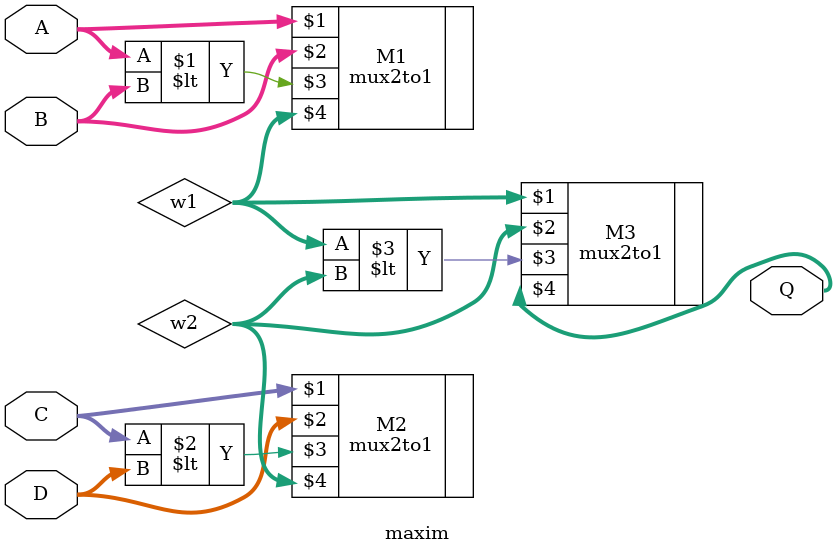
<source format=v>
`timescale 1ns / 1ps


module maxim(A,B,C,D,Q);
input [3:0] A,B,C,D;
output [3:0]Q;
wire [3:0]w1,w2;

// mux2to1(A,B,s,Q);

mux2to1 M1(A,B,A<B,w1);
mux2to1 M2(C,D,C<D,w2);
mux2to1 M3(w1,w2,w1<w2,Q);

endmodule

</source>
